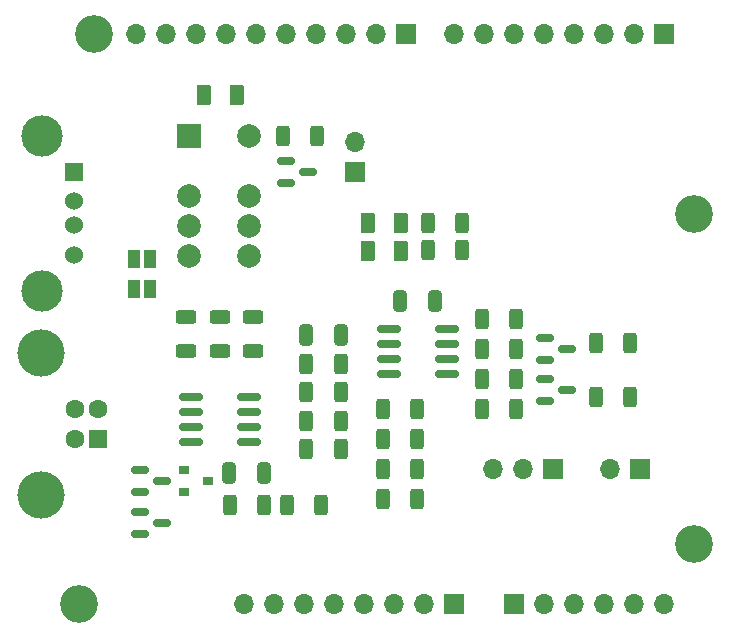
<source format=gbr>
%TF.GenerationSoftware,KiCad,Pcbnew,(6.0.7-1)-1*%
%TF.CreationDate,2022-10-13T17:45:22+01:00*%
%TF.ProjectId,JVS-IO,4a56532d-494f-42e6-9b69-6361645f7063,1*%
%TF.SameCoordinates,Original*%
%TF.FileFunction,Soldermask,Top*%
%TF.FilePolarity,Negative*%
%FSLAX46Y46*%
G04 Gerber Fmt 4.6, Leading zero omitted, Abs format (unit mm)*
G04 Created by KiCad (PCBNEW (6.0.7-1)-1) date 2022-10-13 17:45:22*
%MOMM*%
%LPD*%
G01*
G04 APERTURE LIST*
G04 Aperture macros list*
%AMRoundRect*
0 Rectangle with rounded corners*
0 $1 Rounding radius*
0 $2 $3 $4 $5 $6 $7 $8 $9 X,Y pos of 4 corners*
0 Add a 4 corners polygon primitive as box body*
4,1,4,$2,$3,$4,$5,$6,$7,$8,$9,$2,$3,0*
0 Add four circle primitives for the rounded corners*
1,1,$1+$1,$2,$3*
1,1,$1+$1,$4,$5*
1,1,$1+$1,$6,$7*
1,1,$1+$1,$8,$9*
0 Add four rect primitives between the rounded corners*
20,1,$1+$1,$2,$3,$4,$5,0*
20,1,$1+$1,$4,$5,$6,$7,0*
20,1,$1+$1,$6,$7,$8,$9,0*
20,1,$1+$1,$8,$9,$2,$3,0*%
G04 Aperture macros list end*
%ADD10RoundRect,0.250000X-0.625000X0.312500X-0.625000X-0.312500X0.625000X-0.312500X0.625000X0.312500X0*%
%ADD11R,1.000000X1.500000*%
%ADD12RoundRect,0.150000X-0.587500X-0.150000X0.587500X-0.150000X0.587500X0.150000X-0.587500X0.150000X0*%
%ADD13R,1.524000X1.524000*%
%ADD14C,1.524000*%
%ADD15C,3.500000*%
%ADD16R,1.700000X1.700000*%
%ADD17O,1.700000X1.700000*%
%ADD18C,3.200000*%
%ADD19R,1.600000X1.600000*%
%ADD20C,1.600000*%
%ADD21C,4.000000*%
%ADD22RoundRect,0.150000X0.825000X0.150000X-0.825000X0.150000X-0.825000X-0.150000X0.825000X-0.150000X0*%
%ADD23RoundRect,0.250000X0.312500X0.625000X-0.312500X0.625000X-0.312500X-0.625000X0.312500X-0.625000X0*%
%ADD24RoundRect,0.250000X0.325000X0.650000X-0.325000X0.650000X-0.325000X-0.650000X0.325000X-0.650000X0*%
%ADD25R,0.900000X0.800000*%
%ADD26RoundRect,0.250000X-0.375000X-0.625000X0.375000X-0.625000X0.375000X0.625000X-0.375000X0.625000X0*%
%ADD27RoundRect,0.250000X0.625000X-0.312500X0.625000X0.312500X-0.625000X0.312500X-0.625000X-0.312500X0*%
%ADD28RoundRect,0.250000X-0.312500X-0.625000X0.312500X-0.625000X0.312500X0.625000X-0.312500X0.625000X0*%
%ADD29RoundRect,0.150000X-0.825000X-0.150000X0.825000X-0.150000X0.825000X0.150000X-0.825000X0.150000X0*%
%ADD30R,2.000000X2.000000*%
%ADD31C,2.000000*%
G04 APERTURE END LIST*
D10*
%TO.C,R19*%
X94488000Y-62545500D03*
X94488000Y-65470500D03*
%TD*%
D11*
%TO.C,JPP1*%
X88534000Y-57658000D03*
X87234000Y-57658000D03*
%TD*%
%TO.C,JPN1*%
X88534000Y-60198000D03*
X87234000Y-60198000D03*
%TD*%
D12*
%TO.C,D5*%
X87708500Y-79060000D03*
X87708500Y-80960000D03*
X89583500Y-80010000D03*
%TD*%
%TO.C,D4*%
X89583500Y-76454000D03*
X87708500Y-77404000D03*
X87708500Y-75504000D03*
%TD*%
D13*
%TO.C,JVS-A1*%
X82169000Y-50292000D03*
D14*
X82169000Y-52792000D03*
X82169000Y-54792000D03*
X82169000Y-57292000D03*
D15*
X79459000Y-60362000D03*
X79459000Y-47222000D03*
%TD*%
D16*
%TO.C,REF\u002A\u002A*%
X119380000Y-86868000D03*
D17*
X121920000Y-86868000D03*
X124460000Y-86868000D03*
X127000000Y-86868000D03*
X129540000Y-86868000D03*
X132080000Y-86868000D03*
%TD*%
D18*
%TO.C,REF\u002A\u002A*%
X82550000Y-86868000D03*
%TD*%
%TO.C,REF\u002A\u002A*%
X134620000Y-81788000D03*
%TD*%
%TO.C,REF\u002A\u002A*%
X134620000Y-53848000D03*
%TD*%
%TO.C,REF\u002A\u002A*%
X83820000Y-38608000D03*
%TD*%
D19*
%TO.C,JVS-B1*%
X84201000Y-72898000D03*
D20*
X84201000Y-70398000D03*
X82201000Y-70398000D03*
X82201000Y-72898000D03*
D21*
X79341000Y-77648000D03*
X79341000Y-65648000D03*
%TD*%
D22*
%TO.C,U1*%
X96963000Y-73152000D03*
X96963000Y-71882000D03*
X96963000Y-70612000D03*
X96963000Y-69342000D03*
X92013000Y-69342000D03*
X92013000Y-70612000D03*
X92013000Y-71882000D03*
X92013000Y-73152000D03*
%TD*%
D23*
%TO.C,R8*%
X104703010Y-66548000D03*
X101778010Y-66548000D03*
%TD*%
%TO.C,R7*%
X104703010Y-68961000D03*
X101778010Y-68961000D03*
%TD*%
%TO.C,R6*%
X104703010Y-71374000D03*
X101778010Y-71374000D03*
%TD*%
%TO.C,R5*%
X104703010Y-73787000D03*
X101778010Y-73787000D03*
%TD*%
D24*
%TO.C,C1*%
X98249000Y-75819000D03*
X95299000Y-75819000D03*
%TD*%
%TO.C,C2*%
X104726000Y-64135000D03*
X101776000Y-64135000D03*
%TD*%
D16*
%TO.C,J1*%
X132080000Y-38608000D03*
D17*
X129540000Y-38608000D03*
X127000000Y-38608000D03*
X124460000Y-38608000D03*
X121920000Y-38608000D03*
X119380000Y-38608000D03*
X116840000Y-38608000D03*
X114300000Y-38608000D03*
%TD*%
D25*
%TO.C,Q1*%
X91456000Y-75504000D03*
X91456000Y-77404000D03*
X93456000Y-76454000D03*
%TD*%
D23*
%TO.C,R9*%
X100137500Y-78486000D03*
X103062500Y-78486000D03*
%TD*%
%TO.C,R10*%
X98236500Y-78486000D03*
X95311500Y-78486000D03*
%TD*%
D16*
%TO.C,PPWR1*%
X114300000Y-86868000D03*
D17*
X111760000Y-86868000D03*
X109220000Y-86868000D03*
X106680000Y-86868000D03*
X104140000Y-86868000D03*
X101600000Y-86868000D03*
X99060000Y-86868000D03*
X96520000Y-86868000D03*
%TD*%
D16*
%TO.C,Pdig2*%
X110236000Y-38608000D03*
D17*
X107696000Y-38608000D03*
X105156000Y-38608000D03*
X102616000Y-38608000D03*
X100076000Y-38608000D03*
X97536000Y-38608000D03*
X94996000Y-38608000D03*
X92456000Y-38608000D03*
X89916000Y-38608000D03*
X87376000Y-38608000D03*
%TD*%
D12*
%TO.C,Q4*%
X100082510Y-49342000D03*
X100082510Y-51242000D03*
X101957510Y-50292000D03*
%TD*%
D26*
%TO.C,D3*%
X107058000Y-56984000D03*
X109858000Y-56984000D03*
%TD*%
%TO.C,D1*%
X93137510Y-43799500D03*
X95937510Y-43799500D03*
%TD*%
D16*
%TO.C,J3*%
X130048000Y-75438000D03*
D17*
X127508000Y-75438000D03*
%TD*%
D23*
%TO.C,R2*%
X119572500Y-62738000D03*
X116647500Y-62738000D03*
%TD*%
D27*
%TO.C,R20*%
X97282000Y-65470500D03*
X97282000Y-62545500D03*
%TD*%
D23*
%TO.C,R3*%
X111190500Y-70358000D03*
X108265500Y-70358000D03*
%TD*%
%TO.C,R15*%
X129224500Y-69342000D03*
X126299500Y-69342000D03*
%TD*%
D16*
%TO.C,J2*%
X122667000Y-75438000D03*
D17*
X120127000Y-75438000D03*
X117587000Y-75438000D03*
%TD*%
D28*
%TO.C,R11*%
X116647500Y-70358000D03*
X119572500Y-70358000D03*
%TD*%
D10*
%TO.C,R18*%
X91622010Y-65470500D03*
X91622010Y-62545500D03*
%TD*%
D23*
%TO.C,R16*%
X129224500Y-64770000D03*
X126299500Y-64770000D03*
%TD*%
%TO.C,R22*%
X115000500Y-56896000D03*
X112075500Y-56896000D03*
%TD*%
D28*
%TO.C,R17*%
X99811510Y-47244000D03*
X102736510Y-47244000D03*
%TD*%
D23*
%TO.C,R13*%
X119572500Y-67818000D03*
X116647500Y-67818000D03*
%TD*%
D28*
%TO.C,R12*%
X108265500Y-77978000D03*
X111190500Y-77978000D03*
%TD*%
%TO.C,R4*%
X108265500Y-72898000D03*
X111190500Y-72898000D03*
%TD*%
D12*
%TO.C,Q2*%
X121998500Y-67818000D03*
X121998500Y-69718000D03*
X123873500Y-68768000D03*
%TD*%
D26*
%TO.C,D2*%
X107058000Y-54610000D03*
X109858000Y-54610000D03*
%TD*%
D29*
%TO.C,U2*%
X108777000Y-63627000D03*
X108777000Y-64897000D03*
X108777000Y-66167000D03*
X108777000Y-67437000D03*
X113727000Y-67437000D03*
X113727000Y-66167000D03*
X113727000Y-64897000D03*
X113727000Y-63627000D03*
%TD*%
D23*
%TO.C,R1*%
X111190500Y-75438000D03*
X108265500Y-75438000D03*
%TD*%
D30*
%TO.C,K1*%
X91876010Y-47244000D03*
D31*
X91876010Y-52324000D03*
X91876010Y-54864000D03*
X91876010Y-57404000D03*
X96956010Y-57404000D03*
X96956010Y-54864000D03*
X96956010Y-52324000D03*
X96956010Y-47244000D03*
%TD*%
D16*
%TO.C,J4*%
X105918000Y-50292000D03*
D17*
X105918000Y-47752000D03*
%TD*%
D24*
%TO.C,C3*%
X112727000Y-61214000D03*
X109777000Y-61214000D03*
%TD*%
D23*
%TO.C,R14*%
X119572500Y-65278000D03*
X116647500Y-65278000D03*
%TD*%
D12*
%TO.C,Q3*%
X121998500Y-64328000D03*
X121998500Y-66228000D03*
X123873500Y-65278000D03*
%TD*%
D23*
%TO.C,R21*%
X115000500Y-54610000D03*
X112075500Y-54610000D03*
%TD*%
M02*

</source>
